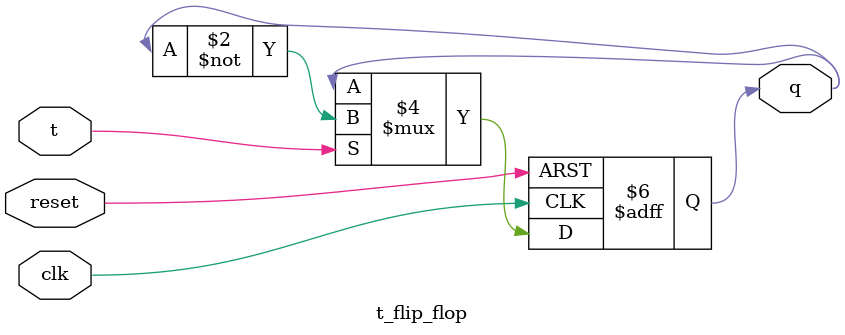
<source format=v>
`timescale 1ns / 1ps


module t_flip_flop(
    input clk, reset, t,
    output reg q
    );
    
    always @(posedge clk, posedge reset) begin
        if(reset) begin
            q = 0;
        end
        else if(t) begin
            q = ~q;
        end
    end
    
endmodule

</source>
